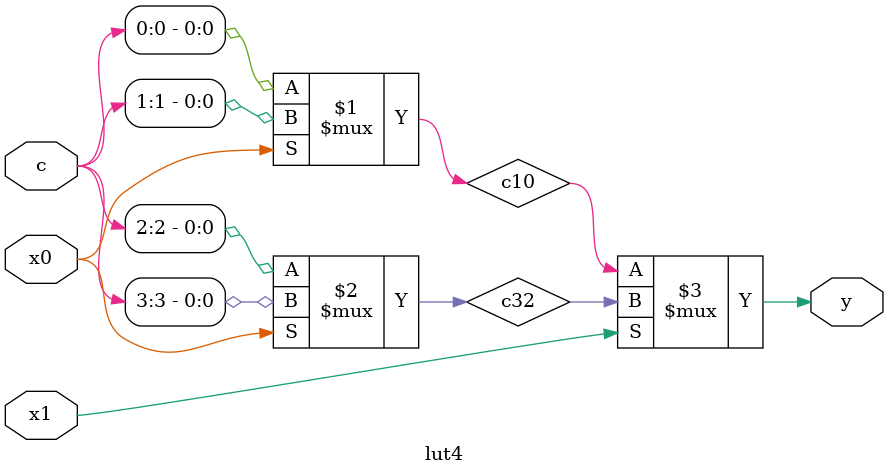
<source format=sv>
module lut4
(
    input  [3:0] c,
    input        x0, x1,
    output       y
);

    wire   c10 = x0 ? c [1] : c [0];
    wire   c32 = x0 ? c [3] : c [2];
    assign y   = x1 ? c32   : c10;

endmodule

</source>
